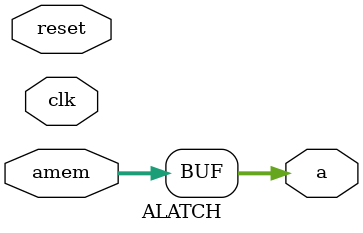
<source format=v>

`timescale 1ns/1ps
`default_nettype none

module ALATCH
  (input wire [31:0]  amem,
   output wire [31:0] a,

   input wire	      clk,
   input wire	      reset);

   ////////////////////////////////////////////////////////////////////////////////

   assign a = amem;

endmodule

`default_nettype wire

// Local Variables:
// verilog-library-directories: ("..")
// End:

</source>
